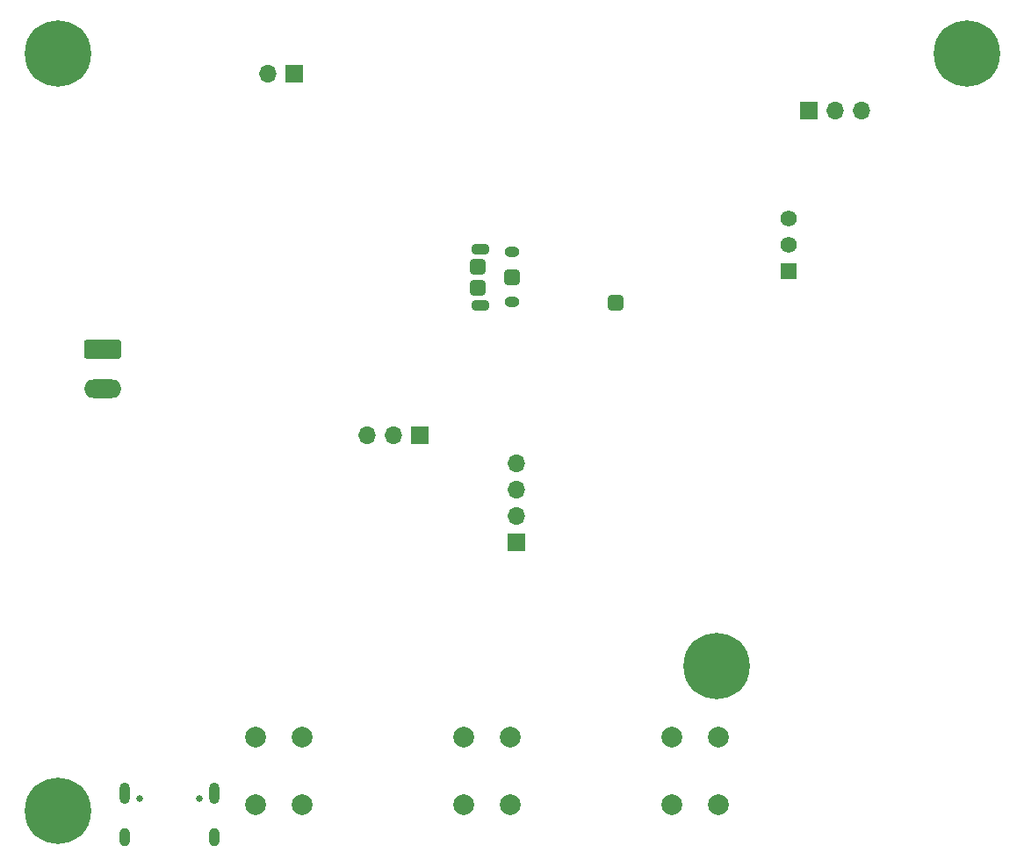
<source format=gbs>
G04 #@! TF.GenerationSoftware,KiCad,Pcbnew,7.0.8*
G04 #@! TF.CreationDate,2023-12-17T13:49:59+01:00*
G04 #@! TF.ProjectId,ePaper_timetable,65506170-6572-45f7-9469-6d657461626c,rev?*
G04 #@! TF.SameCoordinates,Original*
G04 #@! TF.FileFunction,Soldermask,Bot*
G04 #@! TF.FilePolarity,Negative*
%FSLAX46Y46*%
G04 Gerber Fmt 4.6, Leading zero omitted, Abs format (unit mm)*
G04 Created by KiCad (PCBNEW 7.0.8) date 2023-12-17 13:49:59*
%MOMM*%
%LPD*%
G01*
G04 APERTURE LIST*
G04 Aperture macros list*
%AMRoundRect*
0 Rectangle with rounded corners*
0 $1 Rounding radius*
0 $2 $3 $4 $5 $6 $7 $8 $9 X,Y pos of 4 corners*
0 Add a 4 corners polygon primitive as box body*
4,1,4,$2,$3,$4,$5,$6,$7,$8,$9,$2,$3,0*
0 Add four circle primitives for the rounded corners*
1,1,$1+$1,$2,$3*
1,1,$1+$1,$4,$5*
1,1,$1+$1,$6,$7*
1,1,$1+$1,$8,$9*
0 Add four rect primitives between the rounded corners*
20,1,$1+$1,$2,$3,$4,$5,0*
20,1,$1+$1,$4,$5,$6,$7,0*
20,1,$1+$1,$6,$7,$8,$9,0*
20,1,$1+$1,$8,$9,$2,$3,0*%
G04 Aperture macros list end*
%ADD10O,1.800000X1.100000*%
%ADD11O,1.450000X1.050000*%
%ADD12R,1.574800X1.574800*%
%ADD13C,1.574800*%
%ADD14RoundRect,0.300000X0.450000X-0.450000X0.450000X0.450000X-0.450000X0.450000X-0.450000X-0.450000X0*%
%ADD15C,6.400000*%
%ADD16R,1.700000X1.700000*%
%ADD17O,1.700000X1.700000*%
%ADD18C,0.650000*%
%ADD19O,1.000000X2.100000*%
%ADD20O,1.000000X1.800000*%
%ADD21RoundRect,0.250000X-1.550000X0.650000X-1.550000X-0.650000X1.550000X-0.650000X1.550000X0.650000X0*%
%ADD22O,3.600000X1.800000*%
%ADD23C,2.000000*%
G04 APERTURE END LIST*
D10*
X111890000Y-107449000D03*
D11*
X114920000Y-107149000D03*
X114920000Y-102299000D03*
D10*
X111890000Y-101999000D03*
D12*
X141590000Y-104139800D03*
D13*
X141590000Y-101599800D03*
X141590000Y-99059800D03*
D14*
X114890000Y-104724000D03*
X111590000Y-103724000D03*
X111590000Y-105724000D03*
X124890000Y-107224000D03*
D15*
X158750000Y-83185000D03*
X71120000Y-83185000D03*
X134620000Y-142240000D03*
D16*
X106045000Y-120015000D03*
D17*
X103505000Y-120015000D03*
X100965000Y-120015000D03*
D16*
X143525000Y-88646000D03*
D17*
X146065000Y-88646000D03*
X148605000Y-88646000D03*
D16*
X93960000Y-85115000D03*
D17*
X91420000Y-85115000D03*
D18*
X79025000Y-155070000D03*
X84805000Y-155070000D03*
D19*
X77595000Y-154570000D03*
D20*
X77595000Y-158750000D03*
D19*
X86235000Y-154570000D03*
D20*
X86235000Y-158750000D03*
D15*
X71120000Y-156210000D03*
D16*
X115316000Y-130326000D03*
D17*
X115316000Y-127786000D03*
X115316000Y-125246000D03*
X115316000Y-122706000D03*
D21*
X75438000Y-111688000D03*
D22*
X75438000Y-115498000D03*
D23*
X110272000Y-149150000D03*
X110272000Y-155650000D03*
X114772000Y-149150000D03*
X114772000Y-155650000D03*
X130338000Y-149150000D03*
X130338000Y-155650000D03*
X134838000Y-149150000D03*
X134838000Y-155650000D03*
X90206000Y-149150000D03*
X90206000Y-155650000D03*
X94706000Y-149150000D03*
X94706000Y-155650000D03*
M02*

</source>
